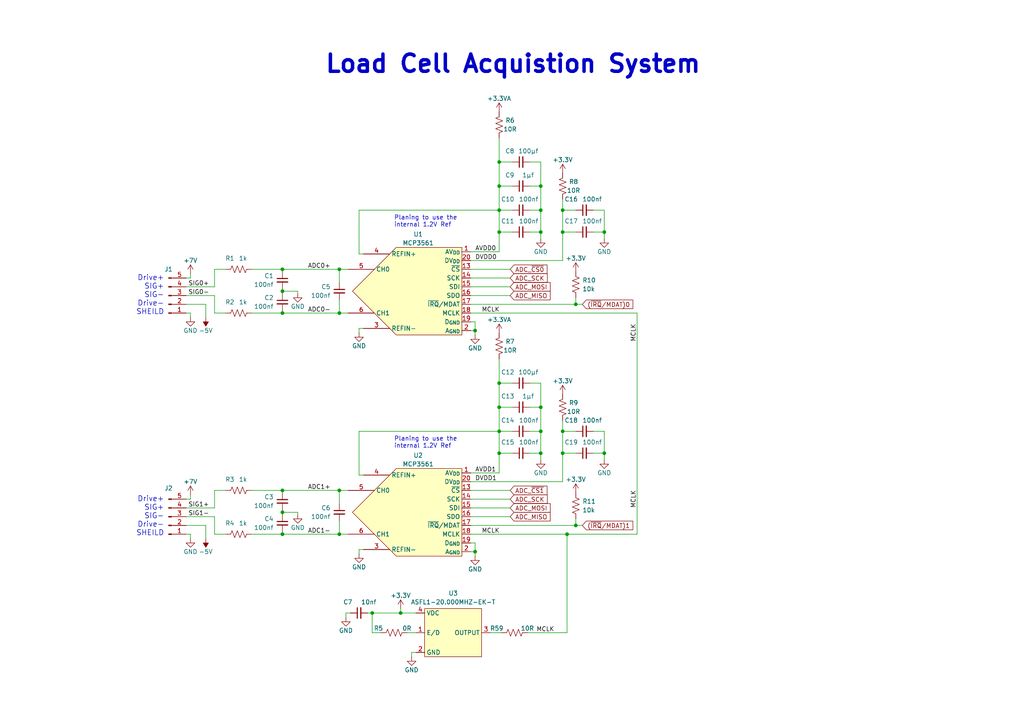
<source format=kicad_sch>
(kicad_sch (version 20231120) (generator "eeschema") (generator_version "8.0")
  (paper "A4")
  (lib_symbols
    (symbol "+7V_1" (power) (pin_names (offset 0))
      (property "Value" "+7V_1" (at 0 3.556 0))
      (symbol "+7V_1_0_1"
        (polyline (pts (xy -0.762 1.27) (xy 0 2.54)))
        (polyline (pts (xy 0 0) (xy 0 2.54)))
        (polyline (pts (xy 0 2.54) (xy 0.762 1.27)))
      )
      (symbol "+7V_1_1_1"
        (pin power_in line (at 0 0 90) (length 0) hide (name "+7V") (number "1"))
      )
    )
    (symbol "Connector:Conn_01x05_Pin" (pin_names (offset 1.016) hide)
      (property "Reference" "J" (at 0 7.62 0))
      (property "Value" "Conn_01x05_Pin" (at 0 -7.62 0))
      (symbol "Conn_01x05_Pin_1_1"
        (polyline (pts (xy 1.27 -5.08) (xy 0.8636 -5.08)) (stroke (width 0.1524)))
        (polyline (pts (xy 1.27 -2.54) (xy 0.8636 -2.54)) (stroke (width 0.1524)))
        (polyline (pts (xy 1.27 0) (xy 0.8636 0)) (stroke (width 0.1524)))
        (polyline (pts (xy 1.27 2.54) (xy 0.8636 2.54)) (stroke (width 0.1524)))
        (polyline (pts (xy 1.27 5.08) (xy 0.8636 5.08)) (stroke (width 0.1524)))
        (rectangle (start 0.8636 -4.953) (end 0 -5.207) (stroke (width 0.1524)) (fill (type outline)))
        (rectangle (start 0.8636 -2.413) (end 0 -2.667) (stroke (width 0.1524)) (fill (type outline)))
        (rectangle (start 0.8636 0.127) (end 0 -0.127) (stroke (width 0.1524)) (fill (type outline)))
        (rectangle (start 0.8636 2.667) (end 0 2.413) (stroke (width 0.1524)) (fill (type outline)))
        (rectangle (start 0.8636 5.207) (end 0 4.953) (stroke (width 0.1524)) (fill (type outline)))
        (pin passive line (at 5.08 5.08 180) (length 3.81) (name "Pin_1") (number "1"))
        (pin passive line (at 5.08 2.54 180) (length 3.81) (name "Pin_2") (number "2"))
        (pin passive line (at 5.08 0 180) (length 3.81) (name "Pin_3") (number "3"))
        (pin passive line (at 5.08 -2.54 180) (length 3.81) (name "Pin_4") (number "4"))
        (pin passive line (at 5.08 -5.08 180) (length 3.81) (name "Pin_5") (number "5"))
      )
    )
    (symbol "Device:C_Small" (pin_numbers hide) (pin_names (offset 0.254) hide)
      (property "Reference" "C" (at 0.254 1.778 0))
      (property "Value" "C_Small" (at 0.254 -2.032 0))
      (symbol "C_Small_0_1"
        (polyline (pts (xy -1.524 -0.508) (xy 1.524 -0.508)) (stroke (width 0.3302)))
        (polyline (pts (xy -1.524 0.508) (xy 1.524 0.508)) (stroke (width 0.3048)))
      )
      (symbol "C_Small_1_1"
        (pin passive line (at 0 2.54 270) (length 2.032) (name "~") (number "1"))
        (pin passive line (at 0 -2.54 90) (length 2.032) (name "~") (number "2"))
      )
    )
    (symbol "Device:R_US" (pin_numbers hide) (pin_names (offset 0))
      (property "Reference" "R" (at 2.54 0 90))
      (property "Value" "R_US" (at -2.54 0 90))
      (symbol "R_US_0_1"
        (polyline (pts (xy 0 -2.286) (xy 0 -2.54)))
        (polyline (pts (xy 0 2.286) (xy 0 2.54)))
        (polyline (pts (xy 0 -0.762) (xy 1.016 -1.143) (xy 0 -1.524) (xy -1.016 -1.905) (xy 0 -2.286)))
        (polyline (pts (xy 0 0.762) (xy 1.016 0.381) (xy 0 0) (xy -1.016 -0.381) (xy 0 -0.762)))
        (polyline (pts (xy 0 2.286) (xy 1.016 1.905) (xy 0 1.524) (xy -1.016 1.143) (xy 0 0.762)))
      )
      (symbol "R_US_1_1"
        (pin passive line (at 0 3.81 270) (length 1.27) (name "~") (number "1"))
        (pin passive line (at 0 -3.81 90) (length 1.27) (name "~") (number "2"))
      )
    )
    (symbol "MCP3561_1"
      (property "Reference" "U" (at 0 2.54 0))
      (property "Value" "MCP3561" (at 0 0 0))
      (symbol "MCP3561_1_0_0"
        (pin unspecified line (at 15.24 11.43 180) (length 2.54) (name "AV_{DD}") (number "1"))
        (pin unspecified line (at 15.24 6.35 180) (length 2.54) (name "~{CS}") (number "13"))
        (pin unspecified line (at 15.24 3.81 180) (length 2.54) (name "SCK") (number "14"))
        (pin unspecified line (at 15.24 1.27 180) (length 2.54) (name "SDI") (number "15"))
        (pin unspecified line (at 15.24 -1.27 180) (length 2.54) (name "SDO") (number "16"))
        (pin unspecified line (at 15.24 -3.81 180) (length 2.54) (name "~{IRQ}/MDAT") (number "17"))
        (pin unspecified line (at 15.24 -6.35 180) (length 2.54) (name "MCLK") (number "18"))
        (pin unspecified line (at 15.24 -8.89 180) (length 2.54) (name "D_{GND}") (number "19"))
        (pin unspecified line (at 15.24 -11.43 180) (length 2.54) (name "A_{GND}") (number "2"))
        (pin unspecified line (at 15.24 8.89 180) (length 2.54) (name "DV_{DD}") (number "20"))
      )
      (symbol "MCP3561_1_1_0"
        (pin unspecified line (at 34.925 -1.905 0) (length 2.54) hide (name "NC") (number "10"))
        (pin unspecified line (at 34.925 -4.445 0) (length 2.54) hide (name "NC") (number "11"))
        (pin unspecified line (at 34.925 -6.985 0) (length 2.54) hide (name "NC") (number "12"))
        (pin unspecified line (at -15.875 -10.795 0) (length 7.62) (name "REFIN-") (number "3"))
        (pin unspecified line (at -15.875 10.795 0) (length 7.62) (name "REFIN+") (number "4"))
        (pin unspecified line (at -20.32 6.35 0) (length 7.62) (name "CH0") (number "5"))
        (pin unspecified line (at -20.32 -6.35 0) (length 7.62) (name "CH1") (number "6"))
        (pin unspecified line (at 34.925 5.715 0) (length 2.54) hide (name "NC") (number "7"))
        (pin unspecified line (at 34.925 3.175 0) (length 2.54) hide (name "NC") (number "8"))
        (pin unspecified line (at 34.925 0.635 0) (length 2.54) hide (name "NC") (number "9"))
      )
      (symbol "MCP3561_1_1_1"
        (polyline (pts (xy -6.35 12.7) (xy -19.05 0) (xy -6.35 -12.7) (xy 12.7 -12.7) (xy 12.7 12.7) (xy -6.35 12.7)) (fill (type background)))
      )
    )
    (symbol "parts:ASFL1-20.000MHZ-EK-T"
      (property "Reference" "U" (at 0 10.795 0))
      (property "Value" "ASFL1-20.000MHZ-EK-T" (at 0 8.89 0))
      (symbol "ASFL1-20.000MHZ-EK-T_1_1"
        (rectangle (start -8.255 6.985) (end 8.255 -6.985) (fill (type background)))
        (pin input line (at -10.795 0 0) (length 2.54) (name "E/D") (number "1"))
        (pin power_in line (at -10.795 -5.715 0) (length 2.54) (name "GND") (number "2"))
        (pin output line (at 10.795 0 180) (length 2.54) (name "OUTPUT") (number "3"))
        (pin power_in line (at -10.795 5.715 0) (length 2.54) (name "VDC") (number "4"))
      )
    )
    (symbol "parts:MCP3561"
      (property "Reference" "U" (at 0 2.54 0))
      (property "Value" "MCP3561" (at 0 0 0))
      (symbol "MCP3561_0_0"
        (pin unspecified line (at 15.24 11.43 180) (length 2.54) (name "AV_{DD}") (number "1"))
        (pin unspecified line (at 15.24 6.35 180) (length 2.54) (name "~{CS}") (number "13"))
        (pin unspecified line (at 15.24 3.81 180) (length 2.54) (name "SCK") (number "14"))
        (pin unspecified line (at 15.24 1.27 180) (length 2.54) (name "SDI") (number "15"))
        (pin unspecified line (at 15.24 -1.27 180) (length 2.54) (name "SDO") (number "16"))
        (pin unspecified line (at 15.24 -3.81 180) (length 2.54) (name "~{IRQ}/MDAT") (number "17"))
        (pin unspecified line (at 15.24 -6.35 180) (length 2.54) (name "MCLK") (number "18"))
        (pin unspecified line (at 15.24 -8.89 180) (length 2.54) (name "D_{GND}") (number "19"))
        (pin unspecified line (at 15.24 -11.43 180) (length 2.54) (name "A_{GND}") (number "2"))
        (pin unspecified line (at 15.24 8.89 180) (length 2.54) (name "DV_{DD}") (number "20"))
      )
      (symbol "MCP3561_1_0"
        (pin unspecified line (at 34.925 -1.905 0) (length 2.54) hide (name "NC") (number "10"))
        (pin unspecified line (at 34.925 -4.445 0) (length 2.54) hide (name "NC") (number "11"))
        (pin unspecified line (at 34.925 -6.985 0) (length 2.54) hide (name "NC") (number "12"))
        (pin unspecified line (at -15.875 -10.795 0) (length 7.62) (name "REFIN-") (number "3"))
        (pin unspecified line (at -15.875 10.795 0) (length 7.62) (name "REFIN+") (number "4"))
        (pin unspecified line (at -20.32 6.35 0) (length 7.62) (name "CH0") (number "5"))
        (pin unspecified line (at -20.32 -6.35 0) (length 7.62) (name "CH1") (number "6"))
        (pin unspecified line (at 34.925 5.715 0) (length 2.54) hide (name "NC") (number "7"))
        (pin unspecified line (at 34.925 3.175 0) (length 2.54) hide (name "NC") (number "8"))
        (pin unspecified line (at 34.925 0.635 0) (length 2.54) hide (name "NC") (number "9"))
      )
      (symbol "MCP3561_1_1"
        (polyline (pts (xy -6.35 12.7) (xy -19.05 0) (xy -6.35 -12.7) (xy 12.7 -12.7) (xy 12.7 12.7) (xy -6.35 12.7)) (fill (type background)))
      )
    )
    (symbol "power:+3.3V" (power) (pin_names (offset 0))
      (property "Value" "+3.3V" (at 0 3.556 0))
      (symbol "+3.3V_0_1"
        (polyline (pts (xy -0.762 1.27) (xy 0 2.54)))
        (polyline (pts (xy 0 0) (xy 0 2.54)))
        (polyline (pts (xy 0 2.54) (xy 0.762 1.27)))
      )
      (symbol "+3.3V_1_1"
        (pin power_in line (at 0 0 90) (length 0) hide (name "+3.3V") (number "1"))
      )
    )
    (symbol "power:+3.3VA" (power) (pin_names (offset 0))
      (property "Value" "+3.3VA" (at 0 3.556 0))
      (symbol "+3.3VA_0_1"
        (polyline (pts (xy -0.762 1.27) (xy 0 2.54)))
        (polyline (pts (xy 0 0) (xy 0 2.54)))
        (polyline (pts (xy 0 2.54) (xy 0.762 1.27)))
      )
      (symbol "+3.3VA_1_1"
        (pin power_in line (at 0 0 90) (length 0) hide (name "+3.3VA") (number "1"))
      )
    )
    (symbol "power:-5V" (power) (pin_names (offset 0))
      (property "Value" "-5V" (at 0 3.81 0))
      (symbol "-5V_0_0"
        (pin power_in line (at 0 0 90) (length 0) hide (name "-5V") (number "1"))
      )
      (symbol "-5V_0_1"
        (polyline (pts (xy 0 0) (xy 0 1.27) (xy 0.762 1.27) (xy 0 2.54) (xy -0.762 1.27) (xy 0 1.27)) (fill (type outline)))
      )
    )
    (symbol "power:GND" (power) (pin_names (offset 0))
      (property "Value" "GND" (at 0 -3.81 0))
      (symbol "GND_0_1"
        (polyline (pts (xy 0 0) (xy 0 -1.27) (xy 1.27 -1.27) (xy 0 -2.54) (xy -1.27 -1.27) (xy 0 -1.27)))
      )
      (symbol "GND_1_1"
        (pin power_in line (at 0 0 270) (length 0) hide (name "GND") (number "1"))
      )
    )
  )
  (junction (at 98.425 154.94))
  (junction (at 81.915 90.805))
  (junction (at 167.005 88.265))
  (junction (at 98.425 142.24))
  (junction (at 144.78 60.96))
  (junction (at 81.915 78.105))
  (junction (at 137.795 95.885))
  (junction (at 116.205 177.8))
  (junction (at 98.425 90.805))
  (junction (at 156.845 53.975))
  (junction (at 163.195 67.31))
  (junction (at 144.78 118.11))
  (junction (at 175.26 131.445))
  (junction (at 98.425 78.105))
  (junction (at 156.845 131.445))
  (junction (at 175.26 67.31))
  (junction (at 156.845 60.96))
  (junction (at 81.915 84.455))
  (junction (at 156.845 118.11))
  (junction (at 107.95 177.8))
  (junction (at 81.915 154.94))
  (junction (at 163.195 125.095))
  (junction (at 144.78 53.975))
  (junction (at 163.195 60.96))
  (junction (at 137.795 160.02))
  (junction (at 81.915 148.59))
  (junction (at 81.915 142.24))
  (junction (at 144.78 67.31))
  (junction (at 144.78 131.445))
  (junction (at 163.195 131.445))
  (junction (at 144.78 46.99))
  (junction (at 167.005 152.4))
  (junction (at 144.78 111.125))
  (junction (at 156.845 125.095))
  (junction (at 156.845 67.31))
  (junction (at 144.78 125.095))
  (junction (at 164.465 154.94))
  (wire (pts (xy 81.915 90.805) (xy 98.425 90.805)))
  (wire (pts (xy 136.525 93.345) (xy 137.795 93.345)))
  (wire (pts (xy 53.975 149.86) (xy 62.23 149.86)))
  (wire (pts (xy 137.795 157.48) (xy 137.795 160.02)))
  (wire (pts (xy 55.245 154.94) (xy 53.975 154.94)))
  (wire (pts (xy 59.69 88.265) (xy 59.69 92.075)))
  (wire (pts (xy 62.23 154.94) (xy 65.405 154.94)))
  (wire (pts (xy 55.245 144.78) (xy 53.975 144.78)))
  (wire (pts (xy 147.955 142.24) (xy 136.525 142.24)))
  (wire (pts (xy 106.68 177.8) (xy 107.95 177.8)))
  (wire (pts (xy 86.36 148.59) (xy 86.36 149.225)))
  (wire (pts (xy 153.035 183.515) (xy 164.465 183.515)))
  (wire (pts (xy 172.085 60.96) (xy 175.26 60.96)))
  (wire (pts (xy 153.67 111.125) (xy 156.845 111.125)))
  (wire (pts (xy 137.795 95.885) (xy 136.525 95.885)))
  (wire (pts (xy 172.085 131.445) (xy 175.26 131.445)))
  (wire (pts (xy 98.425 78.105) (xy 100.965 78.105)))
  (wire (pts (xy 81.915 154.94) (xy 81.915 154.305)))
  (wire (pts (xy 62.23 90.805) (xy 65.405 90.805)))
  (wire (pts (xy 163.195 139.7) (xy 136.525 139.7)))
  (wire (pts (xy 81.915 78.105) (xy 98.425 78.105)))
  (wire (pts (xy 167.005 88.265) (xy 168.91 88.265)))
  (wire (pts (xy 147.955 78.105) (xy 136.525 78.105)))
  (wire (pts (xy 163.195 121.92) (xy 163.195 125.095)))
  (wire (pts (xy 175.26 60.96) (xy 175.26 67.31)))
  (wire (pts (xy 144.78 40.005) (xy 144.78 46.99)))
  (wire (pts (xy 144.78 46.99) (xy 144.78 53.975)))
  (wire (pts (xy 104.14 125.095) (xy 144.78 125.095)))
  (wire (pts (xy 53.975 88.265) (xy 59.69 88.265)))
  (wire (pts (xy 98.425 90.805) (xy 100.965 90.805)))
  (wire (pts (xy 167.005 152.4) (xy 167.005 150.495)))
  (wire (pts (xy 62.23 78.105) (xy 65.405 78.105)))
  (wire (pts (xy 104.14 60.96) (xy 144.78 60.96)))
  (wire (pts (xy 144.78 53.975) (xy 148.59 53.975)))
  (wire (pts (xy 144.78 67.31) (xy 144.78 73.025)))
  (wire (pts (xy 172.085 125.095) (xy 175.26 125.095)))
  (wire (pts (xy 167.005 67.31) (xy 163.195 67.31)))
  (wire (pts (xy 163.195 60.96) (xy 163.195 67.31)))
  (wire (pts (xy 104.14 125.095) (xy 104.14 137.795)))
  (wire (pts (xy 147.955 147.32) (xy 136.525 147.32)))
  (wire (pts (xy 136.525 154.94) (xy 164.465 154.94)))
  (wire (pts (xy 153.67 118.11) (xy 156.845 118.11)))
  (wire (pts (xy 119.38 189.23) (xy 120.65 189.23)))
  (wire (pts (xy 136.525 88.265) (xy 167.005 88.265)))
  (wire (pts (xy 98.425 142.24) (xy 98.425 146.05)))
  (wire (pts (xy 167.005 88.265) (xy 167.005 86.36)))
  (wire (pts (xy 153.67 131.445) (xy 156.845 131.445)))
  (wire (pts (xy 55.245 154.94) (xy 55.245 156.21)))
  (wire (pts (xy 104.14 160.655) (xy 104.14 159.385)))
  (wire (pts (xy 73.025 142.24) (xy 81.915 142.24)))
  (wire (pts (xy 107.95 177.8) (xy 116.205 177.8)))
  (wire (pts (xy 144.78 104.14) (xy 144.78 111.125)))
  (wire (pts (xy 73.025 154.94) (xy 81.915 154.94)))
  (wire (pts (xy 53.975 152.4) (xy 59.69 152.4)))
  (wire (pts (xy 156.845 60.96) (xy 156.845 67.31)))
  (wire (pts (xy 144.78 46.99) (xy 148.59 46.99)))
  (wire (pts (xy 175.26 125.095) (xy 175.26 131.445)))
  (wire (pts (xy 137.795 93.345) (xy 137.795 95.885)))
  (wire (pts (xy 156.845 125.095) (xy 156.845 131.445)))
  (wire (pts (xy 163.195 131.445) (xy 163.195 139.7)))
  (wire (pts (xy 81.915 154.94) (xy 98.425 154.94)))
  (wire (pts (xy 147.955 144.78) (xy 136.525 144.78)))
  (wire (pts (xy 110.49 183.515) (xy 107.95 183.515)))
  (wire (pts (xy 53.975 147.32) (xy 62.23 147.32)))
  (wire (pts (xy 164.465 154.94) (xy 184.785 154.94)))
  (wire (pts (xy 184.785 90.805) (xy 136.525 90.805)))
  (wire (pts (xy 55.245 90.805) (xy 55.245 92.075)))
  (wire (pts (xy 62.23 85.725) (xy 62.23 90.805)))
  (wire (pts (xy 104.14 73.66) (xy 105.41 73.66)))
  (wire (pts (xy 86.36 84.455) (xy 86.36 85.09)))
  (wire (pts (xy 167.005 152.4) (xy 168.91 152.4)))
  (wire (pts (xy 156.845 53.975) (xy 156.845 60.96)))
  (wire (pts (xy 144.78 131.445) (xy 144.78 137.16)))
  (wire (pts (xy 81.915 148.59) (xy 81.915 149.225)))
  (wire (pts (xy 104.14 96.52) (xy 104.14 95.25)))
  (wire (pts (xy 98.425 154.94) (xy 100.965 154.94)))
  (wire (pts (xy 55.245 79.375) (xy 55.245 80.645)))
  (wire (pts (xy 147.955 85.725) (xy 136.525 85.725)))
  (wire (pts (xy 53.975 83.185) (xy 62.23 83.185)))
  (wire (pts (xy 100.33 179.07) (xy 100.33 177.8)))
  (wire (pts (xy 116.205 177.8) (xy 120.65 177.8)))
  (wire (pts (xy 164.465 183.515) (xy 164.465 154.94)))
  (wire (pts (xy 156.845 118.11) (xy 156.845 125.095)))
  (wire (pts (xy 156.845 69.215) (xy 156.845 67.31)))
  (wire (pts (xy 144.78 111.125) (xy 148.59 111.125)))
  (wire (pts (xy 153.67 46.99) (xy 156.845 46.99)))
  (wire (pts (xy 119.38 190.5) (xy 119.38 189.23)))
  (wire (pts (xy 144.78 111.125) (xy 144.78 118.11)))
  (wire (pts (xy 55.245 80.645) (xy 53.975 80.645)))
  (wire (pts (xy 62.23 149.86) (xy 62.23 154.94)))
  (wire (pts (xy 86.36 148.59) (xy 81.915 148.59)))
  (wire (pts (xy 144.78 73.025) (xy 136.525 73.025)))
  (wire (pts (xy 147.955 149.86) (xy 136.525 149.86)))
  (wire (pts (xy 62.23 142.24) (xy 65.405 142.24)))
  (wire (pts (xy 153.67 53.975) (xy 156.845 53.975)))
  (wire (pts (xy 81.915 78.105) (xy 81.915 78.74)))
  (wire (pts (xy 118.11 183.515) (xy 120.65 183.515)))
  (wire (pts (xy 59.69 152.4) (xy 59.69 156.21)))
  (wire (pts (xy 175.26 133.35) (xy 175.26 131.445)))
  (wire (pts (xy 100.33 177.8) (xy 101.6 177.8)))
  (wire (pts (xy 98.425 86.995) (xy 98.425 90.805)))
  (wire (pts (xy 81.915 147.955) (xy 81.915 148.59)))
  (wire (pts (xy 137.795 97.155) (xy 137.795 95.885)))
  (wire (pts (xy 136.525 157.48) (xy 137.795 157.48)))
  (wire (pts (xy 81.915 84.455) (xy 81.915 85.09)))
  (wire (pts (xy 144.78 53.975) (xy 144.78 60.96)))
  (wire (pts (xy 62.23 83.185) (xy 62.23 78.105)))
  (wire (pts (xy 144.78 125.095) (xy 148.59 125.095)))
  (wire (pts (xy 156.845 46.99) (xy 156.845 53.975)))
  (wire (pts (xy 62.23 147.32) (xy 62.23 142.24)))
  (wire (pts (xy 184.785 154.94) (xy 184.785 90.805)))
  (wire (pts (xy 163.195 57.785) (xy 163.195 60.96)))
  (wire (pts (xy 153.67 60.96) (xy 156.845 60.96)))
  (wire (pts (xy 144.78 125.095) (xy 144.78 131.445)))
  (wire (pts (xy 98.425 78.105) (xy 98.425 81.915)))
  (wire (pts (xy 147.955 83.185) (xy 136.525 83.185)))
  (wire (pts (xy 144.78 60.96) (xy 144.78 67.31)))
  (wire (pts (xy 156.845 133.35) (xy 156.845 131.445)))
  (wire (pts (xy 81.915 142.24) (xy 98.425 142.24)))
  (wire (pts (xy 53.975 85.725) (xy 62.23 85.725)))
  (wire (pts (xy 147.955 80.645) (xy 136.525 80.645)))
  (wire (pts (xy 148.59 67.31) (xy 144.78 67.31)))
  (wire (pts (xy 163.195 67.31) (xy 163.195 75.565)))
  (wire (pts (xy 153.67 67.31) (xy 156.845 67.31)))
  (wire (pts (xy 104.14 95.25) (xy 105.41 95.25)))
  (wire (pts (xy 104.14 60.96) (xy 104.14 73.66)))
  (wire (pts (xy 107.95 177.8) (xy 107.95 183.515)))
  (wire (pts (xy 55.245 90.805) (xy 53.975 90.805)))
  (wire (pts (xy 81.915 90.805) (xy 81.915 90.17)))
  (wire (pts (xy 167.005 125.095) (xy 163.195 125.095)))
  (wire (pts (xy 163.195 125.095) (xy 163.195 131.445)))
  (wire (pts (xy 104.14 137.795) (xy 105.41 137.795)))
  (wire (pts (xy 163.195 75.565) (xy 136.525 75.565)))
  (wire (pts (xy 172.085 67.31) (xy 175.26 67.31)))
  (wire (pts (xy 144.78 137.16) (xy 136.525 137.16)))
  (wire (pts (xy 137.795 160.02) (xy 136.525 160.02)))
  (wire (pts (xy 167.005 131.445) (xy 163.195 131.445)))
  (wire (pts (xy 175.26 69.215) (xy 175.26 67.31)))
  (wire (pts (xy 136.525 152.4) (xy 167.005 152.4)))
  (wire (pts (xy 81.915 83.82) (xy 81.915 84.455)))
  (wire (pts (xy 116.205 176.53) (xy 116.205 177.8)))
  (wire (pts (xy 167.005 60.96) (xy 163.195 60.96)))
  (wire (pts (xy 98.425 142.24) (xy 100.965 142.24)))
  (wire (pts (xy 55.245 143.51) (xy 55.245 144.78)))
  (wire (pts (xy 142.24 183.515) (xy 145.415 183.515)))
  (wire (pts (xy 86.36 84.455) (xy 81.915 84.455)))
  (wire (pts (xy 81.915 142.24) (xy 81.915 142.875)))
  (wire (pts (xy 104.14 159.385) (xy 105.41 159.385)))
  (wire (pts (xy 144.78 118.11) (xy 144.78 125.095)))
  (wire (pts (xy 98.425 151.13) (xy 98.425 154.94)))
  (wire (pts (xy 137.795 161.29) (xy 137.795 160.02)))
  (wire (pts (xy 156.845 111.125) (xy 156.845 118.11)))
  (wire (pts (xy 148.59 131.445) (xy 144.78 131.445)))
  (wire (pts (xy 73.025 90.805) (xy 81.915 90.805)))
  (wire (pts (xy 73.025 78.105) (xy 81.915 78.105)))
  (wire (pts (xy 144.78 118.11) (xy 148.59 118.11)))
  (wire (pts (xy 144.78 60.96) (xy 148.59 60.96)))
  (wire (pts (xy 153.67 125.095) (xy 156.845 125.095)))
  (text "Planing to use the \ninternal 1.2V Ref\n" (at 114.3 66.04 0) (effects (font (size 1.27 1.27)) (justify left bottom)))
  (text "Drive+\nSIG+\nSIG-\nDrive-\nSHEILD" (at 47.625 155.575 0) (effects (font (size 1.53 1.53)) (justify right bottom)))
  (text "Load Cell Acquistion System" (at 93.98 21.59 0) (effects (font (size 5 5) (thickness 1) (bold yes)) (justify left bottom)))
  (text "Drive+\nSIG+\nSIG-\nDrive-\nSHEILD" (at 47.625 91.44 0) (effects (font (size 1.53 1.53)) (justify right bottom)))
  (text "Planing to use the \ninternal 1.2V Ref\n" (at 114.3 130.175 0) (effects (font (size 1.27 1.27)) (justify left bottom)))
  (label "SIG1+" (at 54.61 147.32 0))
  (label "AVDD0" (at 137.795 73.025 0))
  (label "MCLK" (at 184.785 147.32 90))
  (label "SIG0-" (at 54.61 85.725 0))
  (label "ADC0-" (at 95.885 90.805 180))
  (label "SIG1-" (at 54.61 149.86 0))
  (label "AVDD1" (at 137.795 137.16 0))
  (label "MCLK" (at 155.575 183.515 0))
  (label "MCLK" (at 184.785 99.06 90))
  (label "SIG0+" (at 54.61 83.185 0))
  (label "ADC1+" (at 95.885 142.24 180))
  (label "ADC0+" (at 95.885 78.105 180))
  (label "DVDD1" (at 137.795 139.7 0))
  (label "MCLK" (at 139.7 90.805 0))
  (label "MCLK" (at 139.7 154.94 0))
  (label "ADC1-" (at 95.885 154.94 180))
  (label "DVDD0" (at 137.795 75.565 0))
  (global_label "ADC_MISO" (shape input) (at 147.955 85.725 0) (property "Intersheetrefs" "${INTERSHEET_REFS}" (effects (hide yes))))
  (global_label "(~{IRQ}{slash}MDAT)1" (shape input) (at 168.91 152.4 0) (property "Intersheetrefs" "${INTERSHEET_REFS}" (effects (hide yes))))
  (global_label "ADC_MOSI" (shape input) (at 147.955 147.32 0) (property "Intersheetrefs" "${INTERSHEET_REFS}" (effects (hide yes))))
  (global_label "ADC_MISO" (shape input) (at 147.955 149.86 0) (property "Intersheetrefs" "${INTERSHEET_REFS}" (effects (hide yes))))
  (global_label "ADC_~{CS0}" (shape input) (at 147.955 78.105 0) (property "Intersheetrefs" "${INTERSHEET_REFS}" (effects (hide yes))))
  (global_label "ADC_~{CS1}" (shape input) (at 147.955 142.24 0) (property "Intersheetrefs" "${INTERSHEET_REFS}" (effects (hide yes))))
  (global_label "ADC_SCK" (shape input) (at 147.955 144.78 0) (property "Intersheetrefs" "${INTERSHEET_REFS}" (effects (hide yes))))
  (global_label "(~{IRQ}{slash}MDAT)0" (shape input) (at 168.91 88.265 0) (property "Intersheetrefs" "${INTERSHEET_REFS}" (effects (hide yes))))
  (global_label "ADC_SCK" (shape input) (at 147.955 80.645 0) (property "Intersheetrefs" "${INTERSHEET_REFS}" (effects (hide yes))))
  (global_label "ADC_MOSI" (shape input) (at 147.955 83.185 0) (property "Intersheetrefs" "${INTERSHEET_REFS}" (effects (hide yes))))
  (symbol (lib_name "MCP3561_1") (lib_id "parts:MCP3561") (at 121.285 84.455 0) (unit 1)
    (property "Reference" "U1" (at 121.285 67.945 0))
    (property "Value" "MCP3561" (at 121.285 70.485 0))
    (property "Footprint" "Package_SO:TSSOP-20_4.4x6.5mm_P0.65mm" (effects (hide yes)))
    (property "Datasheet" "${DATASHEETS}/MCP3561.pdf" (effects (hide yes)))
  )
  (symbol (lib_id "Device:C_Small") (at 151.13 60.96 90) (mirror x) (unit 1)
    (property "Reference" "C10" (at 149.225 57.785 90) (effects (justify left)))
    (property "Value" "100nf" (at 156.21 57.785 90) (effects (justify left)))
    (property "Footprint" "Capacitor_SMD:C_0603_1608Metric" (effects (hide yes)))
  )
  (symbol (lib_id "power:+3.3V") (at 163.195 114.3 0) (unit 1)
    (property "Reference" "#PWR021" (effects (hide yes)))
    (property "Value" "+3.3V" (at 163.195 110.49 0))
  )
  (symbol (lib_id "power:GND") (at 137.795 161.29 0) (unit 1)
    (property "Reference" "#PWR015" (effects (hide yes)))
    (property "Value" "GND" (at 137.795 165.1 0))
  )
  (symbol (lib_id "parts:MCP3561") (at 121.285 148.59 0) (unit 1)
    (property "Reference" "U2" (at 121.285 132.08 0))
    (property "Value" "MCP3561" (at 121.285 134.62 0))
    (property "Footprint" "Package_SO:TSSOP-20_4.4x6.5mm_P0.65mm" (effects (hide yes)))
    (property "Datasheet" "${DATASHEETS}/MCP3561.pdf" (effects (hide yes)))
  )
  (symbol (lib_id "power:GND") (at 175.26 133.35 0) (unit 1)
    (property "Reference" "#PWR025" (effects (hide yes)))
    (property "Value" "GND" (at 175.26 137.16 0))
  )
  (symbol (lib_id "power:GND") (at 86.36 85.09 0) (unit 1)
    (property "Reference" "#PWR07" (effects (hide yes)))
    (property "Value" "GND" (at 86.36 88.9 0))
  )
  (symbol (lib_id "Device:R_US") (at 69.215 154.94 90) (unit 1)
    (property "Reference" "R4" (at 66.675 151.765 90))
    (property "Value" "1k" (at 70.485 151.765 90))
    (property "Footprint" "Resistor_SMD:R_0603_1608Metric" (effects (hide yes)))
  )
  (symbol (lib_id "Device:C_Small") (at 81.915 87.63 0) (mirror y) (unit 1)
    (property "Reference" "C2" (at 79.375 86.36 0) (effects (justify left)))
    (property "Value" "100nf" (at 79.375 88.9 0) (effects (justify left)))
    (property "Footprint" "Capacitor_SMD:C_0603_1608Metric" (effects (hide yes)))
  )
  (symbol (lib_id "power:+3.3VA") (at 144.78 96.52 0) (unit 1)
    (property "Reference" "#PWR017" (effects (hide yes)))
    (property "Value" "+3.3VA" (at 144.78 92.71 0))
  )
  (symbol (lib_id "Device:C_Small") (at 104.14 177.8 90) (mirror x) (unit 1)
    (property "Reference" "C7" (at 102.235 174.625 90) (effects (justify left)))
    (property "Value" "10nf" (at 109.22 174.625 90) (effects (justify left)))
    (property "Footprint" "Capacitor_SMD:C_0603_1608Metric" (effects (hide yes)))
  )
  (symbol (lib_id "Device:R_US") (at 167.005 82.55 0) (unit 1)
    (property "Reference" "R10" (at 168.91 81.28 0) (effects (justify left)))
    (property "Value" "10k" (at 168.91 83.82 0) (effects (justify left)))
    (property "Footprint" "Resistor_SMD:R_0603_1608Metric" (effects (hide yes)))
  )
  (symbol (lib_id "Device:R_US") (at 69.215 78.105 90) (unit 1)
    (property "Reference" "R1" (at 66.675 74.93 90))
    (property "Value" "1k" (at 70.485 74.93 90))
    (property "Footprint" "Resistor_SMD:R_0603_1608Metric" (effects (hide yes)))
  )
  (symbol (lib_id "power:-5V") (at 59.69 92.075 180) (unit 1)
    (property "Reference" "#PWR05" (effects (hide yes)))
    (property "Value" "-5V" (at 59.69 95.885 0))
  )
  (symbol (lib_id "power:GND") (at 175.26 69.215 0) (unit 1)
    (property "Reference" "#PWR024" (effects (hide yes)))
    (property "Value" "GND" (at 175.26 73.025 0))
  )
  (symbol (lib_id "Device:C_Small") (at 81.915 145.415 0) (mirror y) (unit 1)
    (property "Reference" "C3" (at 79.375 144.145 0) (effects (justify left)))
    (property "Value" "100nf" (at 79.375 146.685 0) (effects (justify left)))
    (property "Footprint" "Capacitor_SMD:C_0603_1608Metric" (effects (hide yes)))
  )
  (symbol (lib_id "Device:C_Small") (at 151.13 125.095 90) (mirror x) (unit 1)
    (property "Reference" "C14" (at 149.225 121.92 90) (effects (justify left)))
    (property "Value" "100nf" (at 156.21 121.92 90) (effects (justify left)))
    (property "Footprint" "Capacitor_SMD:C_0603_1608Metric" (effects (hide yes)))
  )
  (symbol (lib_id "Device:R_US") (at 167.005 146.685 0) (unit 1)
    (property "Reference" "R11" (at 168.91 145.415 0) (effects (justify left)))
    (property "Value" "10k" (at 168.91 147.955 0) (effects (justify left)))
    (property "Footprint" "Resistor_SMD:R_0603_1608Metric" (effects (hide yes)))
  )
  (symbol (lib_id "Device:C_Small") (at 98.425 84.455 0) (mirror y) (unit 1)
    (property "Reference" "C5" (at 95.885 83.185 0) (effects (justify left)))
    (property "Value" "100nf" (at 95.885 85.725 0) (effects (justify left)))
    (property "Footprint" "Capacitor_SMD:C_0603_1608Metric" (effects (hide yes)))
  )
  (symbol (lib_id "power:GND") (at 156.845 133.35 0) (unit 1)
    (property "Reference" "#PWR019" (effects (hide yes)))
    (property "Value" "GND" (at 156.845 137.16 0))
  )
  (symbol (lib_id "Device:R_US") (at 149.225 183.515 90) (unit 1)
    (property "Reference" "R59" (at 146.05 182.245 90) (effects (justify left)))
    (property "Value" "10R" (at 154.94 182.245 90) (effects (justify left)))
    (property "Footprint" "Resistor_SMD:R_0603_1608Metric" (effects (hide yes)))
  )
  (symbol (lib_id "Device:C_Small") (at 169.545 60.96 90) (mirror x) (unit 1)
    (property "Reference" "C16" (at 167.64 57.785 90) (effects (justify left)))
    (property "Value" "100nf" (at 174.625 57.785 90) (effects (justify left)))
    (property "Footprint" "Capacitor_SMD:C_0603_1608Metric" (effects (hide yes)))
  )
  (symbol (lib_id "power:GND") (at 55.245 92.075 0) (unit 1)
    (property "Reference" "#PWR02" (effects (hide yes)))
    (property "Value" "GND" (at 55.245 95.885 0))
  )
  (symbol (lib_name "+7V_1") (lib_id "parts:+7V") (at 55.245 143.51 0) (unit 1)
    (property "Reference" "#PWR03" (effects (hide yes)))
    (property "Value" "+7V" (at 55.245 139.7 0))
  )
  (symbol (lib_id "Device:C_Small") (at 151.13 53.975 90) (mirror x) (unit 1)
    (property "Reference" "C9" (at 149.225 50.8 90) (effects (justify left)))
    (property "Value" "1μf" (at 154.94 50.8 90) (effects (justify left)))
    (property "Footprint" "Capacitor_SMD:C_0603_1608Metric" (effects (hide yes)))
  )
  (symbol (lib_id "power:-5V") (at 59.69 156.21 180) (unit 1)
    (property "Reference" "#PWR06" (effects (hide yes)))
    (property "Value" "-5V" (at 59.69 160.02 0))
  )
  (symbol (lib_id "Device:R_US") (at 69.215 90.805 90) (unit 1)
    (property "Reference" "R2" (at 66.675 87.63 90))
    (property "Value" "1k" (at 70.485 87.63 90))
    (property "Footprint" "Resistor_SMD:R_0603_1608Metric" (effects (hide yes)))
  )
  (symbol (lib_id "power:+3.3V") (at 167.005 78.74 0) (unit 1)
    (property "Reference" "#PWR022" (effects (hide yes)))
    (property "Value" "+3.3V" (at 167.005 74.93 0))
  )
  (symbol (lib_id "power:GND") (at 55.245 156.21 0) (unit 1)
    (property "Reference" "#PWR04" (effects (hide yes)))
    (property "Value" "GND" (at 55.245 160.02 0))
  )
  (symbol (lib_id "Device:C_Small") (at 98.425 148.59 0) (mirror y) (unit 1)
    (property "Reference" "C6" (at 95.885 147.32 0) (effects (justify left)))
    (property "Value" "100nf" (at 95.885 149.86 0) (effects (justify left)))
    (property "Footprint" "Capacitor_SMD:C_0603_1608Metric" (effects (hide yes)))
  )
  (symbol (lib_name "+7V_1") (lib_id "parts:+7V") (at 55.245 79.375 0) (unit 1)
    (property "Reference" "#PWR01" (effects (hide yes)))
    (property "Value" "+7V" (at 55.245 75.565 0))
  )
  (symbol (lib_id "power:+3.3VA") (at 144.78 32.385 0) (unit 1)
    (property "Reference" "#PWR016" (effects (hide yes)))
    (property "Value" "+3.3VA" (at 144.78 28.575 0))
  )
  (symbol (lib_id "power:+3.3V") (at 163.195 50.165 0) (unit 1)
    (property "Reference" "#PWR020" (effects (hide yes)))
    (property "Value" "+3.3V" (at 163.195 46.355 0))
  )
  (symbol (lib_id "power:+3.3V") (at 116.205 176.53 0) (unit 1)
    (property "Reference" "#PWR012" (effects (hide yes)))
    (property "Value" "+3.3V" (at 116.205 172.72 0))
  )
  (symbol (lib_id "parts:ASFL1-20.000MHZ-EK-T") (at 131.445 183.515 0) (unit 1)
    (property "Reference" "U3" (at 131.445 172.085 0))
    (property "Value" "ASFL1-20.000MHZ-EK-T" (at 131.445 174.625 0))
    (property "Footprint" "Parts:4-SMD" (effects (hide yes)))
    (property "Datasheet" "https://abracon.com/Oscillators/ASFL1.pdf" (effects (hide yes)))
  )
  (symbol (lib_id "power:GND") (at 137.795 97.155 0) (unit 1)
    (property "Reference" "#PWR014" (effects (hide yes)))
    (property "Value" "GND" (at 137.795 100.965 0))
  )
  (symbol (lib_id "power:GND") (at 119.38 190.5 0) (unit 1)
    (property "Reference" "#PWR013" (effects (hide yes)))
    (property "Value" "GND" (at 119.38 194.31 0))
  )
  (symbol (lib_id "Device:C_Small") (at 169.545 67.31 90) (mirror x) (unit 1)
    (property "Reference" "C17" (at 167.64 64.135 90) (effects (justify left)))
    (property "Value" "100nf" (at 174.625 64.135 90) (effects (justify left)))
    (property "Footprint" "Capacitor_SMD:C_0603_1608Metric" (effects (hide yes)))
  )
  (symbol (lib_id "Device:R_US") (at 69.215 142.24 90) (unit 1)
    (property "Reference" "R3" (at 66.675 139.065 90))
    (property "Value" "1k" (at 70.485 139.065 90))
    (property "Footprint" "Resistor_SMD:R_0603_1608Metric" (effects (hide yes)))
  )
  (symbol (lib_id "power:GND") (at 156.845 69.215 0) (unit 1)
    (property "Reference" "#PWR018" (effects (hide yes)))
    (property "Value" "GND" (at 156.845 73.025 0))
  )
  (symbol (lib_id "power:+3.3V") (at 167.005 142.875 0) (unit 1)
    (property "Reference" "#PWR023" (effects (hide yes)))
    (property "Value" "+3.3V" (at 167.005 139.065 0))
  )
  (symbol (lib_id "Device:R_US") (at 163.195 53.975 0) (mirror x) (unit 1)
    (property "Reference" "R8" (at 166.37 52.705 0))
    (property "Value" "10R" (at 166.37 55.245 0))
    (property "Footprint" "Resistor_SMD:R_0603_1608Metric" (effects (hide yes)))
  )
  (symbol (lib_id "power:GND") (at 104.14 160.655 0) (unit 1)
    (property "Reference" "#PWR010" (effects (hide yes)))
    (property "Value" "GND" (at 104.14 164.465 0))
  )
  (symbol (lib_id "Device:C_Small") (at 151.13 131.445 90) (mirror x) (unit 1)
    (property "Reference" "C15" (at 149.225 128.27 90) (effects (justify left)))
    (property "Value" "100nf" (at 156.21 128.27 90) (effects (justify left)))
    (property "Footprint" "Capacitor_SMD:C_0603_1608Metric" (effects (hide yes)))
  )
  (symbol (lib_id "power:GND") (at 104.14 96.52 0) (unit 1)
    (property "Reference" "#PWR09" (effects (hide yes)))
    (property "Value" "GND" (at 104.14 100.33 0))
  )
  (symbol (lib_id "power:GND") (at 100.33 179.07 0) (unit 1)
    (property "Reference" "#PWR011" (effects (hide yes)))
    (property "Value" "GND" (at 100.33 182.88 0))
  )
  (symbol (lib_id "Connector:Conn_01x05_Pin") (at 48.895 85.725 0) (mirror x) (unit 1)
    (property "Reference" "J1" (at 48.895 78.105 0))
    (property "Value" "Conn_01x05_Pin" (effects (hide yes)))
    (property "Footprint" "Connector_JST:JST_PH_B5B-PH-K_1x05_P2.00mm_Vertical" (effects (hide yes)))
  )
  (symbol (lib_id "Device:C_Small") (at 81.915 151.765 0) (mirror y) (unit 1)
    (property "Reference" "C4" (at 79.375 150.495 0) (effects (justify left)))
    (property "Value" "100nf" (at 79.375 153.035 0) (effects (justify left)))
    (property "Footprint" "Capacitor_SMD:C_0603_1608Metric" (effects (hide yes)))
  )
  (symbol (lib_id "power:GND") (at 86.36 149.225 0) (unit 1)
    (property "Reference" "#PWR08" (effects (hide yes)))
    (property "Value" "GND" (at 86.36 153.035 0))
  )
  (symbol (lib_id "Device:C_Small") (at 151.13 118.11 90) (mirror x) (unit 1)
    (property "Reference" "C13" (at 149.225 114.935 90) (effects (justify left)))
    (property "Value" "1μf" (at 154.94 114.935 90) (effects (justify left)))
    (property "Footprint" "Capacitor_SMD:C_0603_1608Metric" (effects (hide yes)))
  )
  (symbol (lib_id "Device:C_Small") (at 169.545 125.095 90) (mirror x) (unit 1)
    (property "Reference" "C18" (at 167.64 121.92 90) (effects (justify left)))
    (property "Value" "100nf" (at 174.625 121.92 90) (effects (justify left)))
    (property "Footprint" "Capacitor_SMD:C_0603_1608Metric" (effects (hide yes)))
  )
  (symbol (lib_id "Device:R_US") (at 144.78 100.33 0) (mirror x) (unit 1)
    (property "Reference" "R7" (at 147.955 99.06 0))
    (property "Value" "10R" (at 147.955 101.6 0))
    (property "Footprint" "Resistor_SMD:R_0603_1608Metric" (effects (hide yes)))
  )
  (symbol (lib_id "Device:C_Small") (at 81.915 81.28 0) (mirror y) (unit 1)
    (property "Reference" "C1" (at 79.375 80.01 0) (effects (justify left)))
    (property "Value" "100nf" (at 79.375 82.55 0) (effects (justify left)))
    (property "Footprint" "Capacitor_SMD:C_0603_1608Metric" (effects (hide yes)))
  )
  (symbol (lib_id "Connector:Conn_01x05_Pin") (at 48.895 149.86 0) (mirror x) (unit 1)
    (property "Reference" "J2" (at 48.895 141.605 0))
    (property "Value" "Conn_01x05_Pin" (effects (hide yes)))
    (property "Footprint" "Connector_JST:JST_PH_B5B-PH-K_1x05_P2.00mm_Vertical" (effects (hide yes)))
  )
  (symbol (lib_id "Device:R_US") (at 163.195 118.11 0) (mirror x) (unit 1)
    (property "Reference" "R9" (at 166.37 116.84 0))
    (property "Value" "10R" (at 166.37 119.38 0))
    (property "Footprint" "Resistor_SMD:R_0603_1608Metric" (effects (hide yes)))
  )
  (symbol (lib_id "Device:R_US") (at 144.78 36.195 0) (mirror x) (unit 1)
    (property "Reference" "R6" (at 147.955 34.925 0))
    (property "Value" "10R" (at 147.955 37.465 0))
    (property "Footprint" "Resistor_SMD:R_0603_1608Metric" (effects (hide yes)))
  )
  (symbol (lib_id "Device:C_Small") (at 169.545 131.445 90) (mirror x) (unit 1)
    (property "Reference" "C19" (at 167.64 128.27 90) (effects (justify left)))
    (property "Value" "100nf" (at 174.625 128.27 90) (effects (justify left)))
    (property "Footprint" "Capacitor_SMD:C_0603_1608Metric" (effects (hide yes)))
  )
  (symbol (lib_id "Device:C_Small") (at 151.13 67.31 90) (mirror x) (unit 1)
    (property "Reference" "C11" (at 149.225 64.135 90) (effects (justify left)))
    (property "Value" "100nf" (at 156.21 64.135 90) (effects (justify left)))
    (property "Footprint" "Capacitor_SMD:C_0603_1608Metric" (effects (hide yes)))
  )
  (symbol (lib_id "Device:C_Small") (at 151.13 46.99 90) (mirror x) (unit 1)
    (property "Reference" "C8" (at 149.225 43.815 90) (effects (justify left)))
    (property "Value" "100μf" (at 156.21 43.815 90) (effects (justify left)))
    (property "Footprint" "Capacitor_SMD:C_1206_3216Metric" (effects (hide yes)))
  )
  (symbol (lib_id "Device:R_US") (at 114.3 183.515 90) (unit 1)
    (property "Reference" "R5" (at 111.125 182.245 90) (effects (justify left)))
    (property "Value" "0R" (at 119.38 182.245 90) (effects (justify left)))
    (property "Footprint" "Resistor_SMD:R_0603_1608Metric" (effects (hide yes)))
  )
  (symbol (lib_id "Device:C_Small") (at 151.13 111.125 90) (mirror x) (unit 1)
    (property "Reference" "C12" (at 149.225 107.95 90) (effects (justify left)))
    (property "Value" "100μf" (at 156.21 107.95 90) (effects (justify left)))
    (property "Footprint" "Capacitor_SMD:C_1206_3216Metric" (effects (hide yes)))
  )
)
</source>
